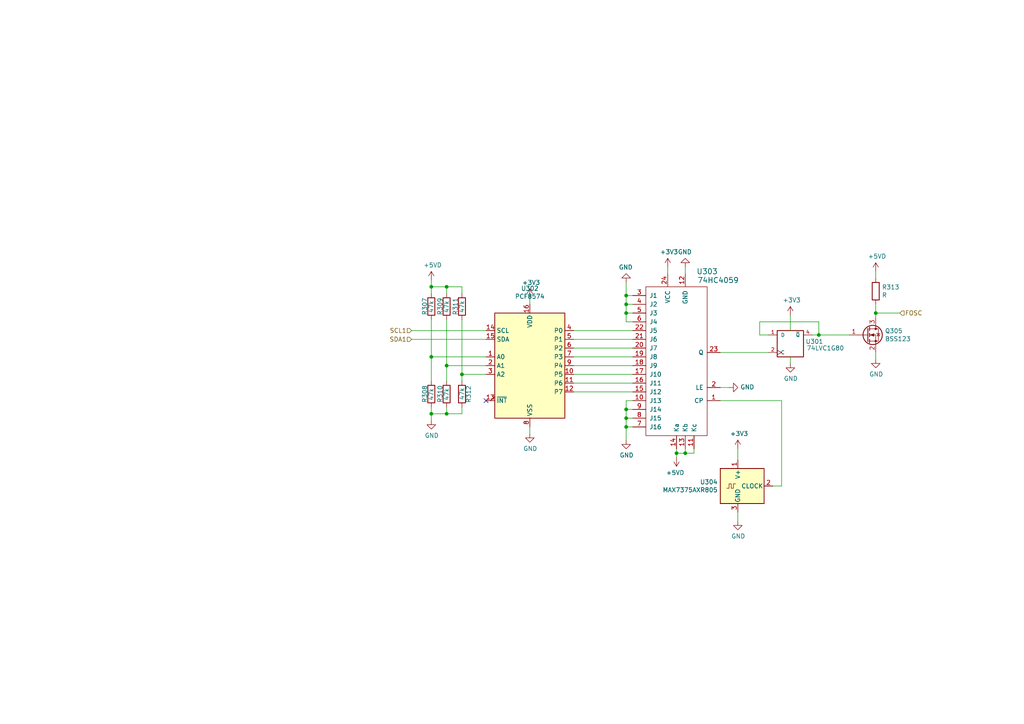
<source format=kicad_sch>
(kicad_sch (version 20211123) (generator eeschema)
  (paper "A4")
  (lib_symbols
    (symbol "74xGxx:74LVC1G80" (pin_names (offset 1.016))
      (property "Reference" "U" (at -2.54 5.08 0))
      (property "Value" "74LVC1G80" (at 0 -5.08 0))
      (symbol "74LVC1G80_0_1"
        (rectangle (start -3.81 3.81) (end 3.81 -3.81) (stroke (width 0.254)))
      )
      (symbol "74LVC1G80_1_1"
        (pin input line (at -6.35 2.54 0) (length 2.54) (name "D") (number "1"))
        (pin input clock (at -6.35 -2.54 0) (length 2.54) (name "C") (number "2"))
        (pin power_in line (at 0 -3.81 270) (length 0) hide (name "GND") (number "3"))
        (pin output line (at 6.35 2.54 180) (length 2.54) (name "~{Q}") (number "4"))
        (pin power_in line (at 0 3.81 90) (length 0) hide (name "VCC") (number "5"))
      )
    )
    (symbol "CEN-SCHEMA:74HC4059" (pin_names (offset 1.016))
      (property "Reference" "U" (at 0 0 0))
      (property "Value" "74HC4059" (at 0 0 0))
      (symbol "74HC4059_0_1"
        (rectangle (start -8.89 -7.62) (end 8.89 -50.8))
      )
      (symbol "74HC4059_1_1"
        (pin input line (at 12.7 -40.64 180) (length 3.81) (name "CP") (number "1"))
        (pin input line (at -12.7 -40.64 0) (length 3.81) (name "J13") (number "10"))
        (pin input line (at 5.08 -54.61 90) (length 3.81) (name "Kc") (number "11"))
        (pin input line (at 2.54 -3.81 270) (length 3.81) (name "GND") (number "12"))
        (pin input line (at 2.54 -54.61 90) (length 3.81) (name "Kb") (number "13"))
        (pin input line (at 0 -54.61 90) (length 3.81) (name "Ka") (number "14"))
        (pin input line (at -12.7 -38.1 0) (length 3.81) (name "J12") (number "15"))
        (pin input line (at -12.7 -35.56 0) (length 3.81) (name "J11") (number "16"))
        (pin input line (at -12.7 -33.02 0) (length 3.81) (name "J10") (number "17"))
        (pin input line (at -12.7 -30.48 0) (length 3.81) (name "J9") (number "18"))
        (pin input line (at -12.7 -27.94 0) (length 3.81) (name "J8") (number "19"))
        (pin input line (at 12.7 -36.83 180) (length 3.81) (name "LE") (number "2"))
        (pin input line (at -12.7 -25.4 0) (length 3.81) (name "J7") (number "20"))
        (pin input line (at -12.7 -22.86 0) (length 3.81) (name "J6") (number "21"))
        (pin input line (at -12.7 -20.32 0) (length 3.81) (name "J5") (number "22"))
        (pin input line (at 12.7 -26.67 180) (length 3.81) (name "Q") (number "23"))
        (pin input line (at -2.54 -3.81 270) (length 3.81) (name "VCC") (number "24"))
        (pin input line (at -12.7 -10.16 0) (length 3.81) (name "J1") (number "3"))
        (pin input line (at -12.7 -12.7 0) (length 3.81) (name "J2") (number "4"))
        (pin input line (at -12.7 -15.24 0) (length 3.81) (name "J3") (number "5"))
        (pin input line (at -12.7 -17.78 0) (length 3.81) (name "J4") (number "6"))
        (pin input line (at -12.7 -48.26 0) (length 3.81) (name "J16") (number "7"))
        (pin input line (at -12.7 -45.72 0) (length 3.81) (name "J15") (number "8"))
        (pin input line (at -12.7 -43.18 0) (length 3.81) (name "J14") (number "9"))
      )
    )
    (symbol "Device:R" (pin_numbers hide) (pin_names (offset 0))
      (property "Reference" "R" (at 2.032 0 90))
      (property "Value" "R" (at 0 0 90))
      (symbol "R_0_1"
        (rectangle (start -1.016 -2.54) (end 1.016 2.54) (stroke (width 0.254)))
      )
      (symbol "R_1_1"
        (pin passive line (at 0 3.81 270) (length 1.27) (name "~") (number "1"))
        (pin passive line (at 0 -3.81 90) (length 1.27) (name "~") (number "2"))
      )
    )
    (symbol "Interface_Expansion:PCF8574"
      (property "Reference" "U" (at -8.89 16.51 0))
      (property "Value" "PCF8574" (at 2.54 16.51 0))
      (symbol "PCF8574_0_1"
        (rectangle (start -10.16 15.24) (end 10.16 -15.24) (stroke (width 0.254)) (fill (type background)))
      )
      (symbol "PCF8574_1_1"
        (pin input line (at -12.7 2.54 0) (length 2.54) (name "A0") (number "1"))
        (pin bidirectional line (at 12.7 -2.54 180) (length 2.54) (name "P5") (number "10"))
        (pin bidirectional line (at 12.7 -5.08 180) (length 2.54) (name "P6") (number "11"))
        (pin bidirectional line (at 12.7 -7.62 180) (length 2.54) (name "P7") (number "12"))
        (pin open_collector output_low (at -12.7 -10.16 0) (length 2.54) (name "~{INT}") (number "13"))
        (pin input line (at -12.7 10.16 0) (length 2.54) (name "SCL") (number "14"))
        (pin bidirectional line (at -12.7 7.62 0) (length 2.54) (name "SDA") (number "15"))
        (pin power_in line (at 0 17.78 270) (length 2.54) (name "VDD") (number "16"))
        (pin input line (at -12.7 0 0) (length 2.54) (name "A1") (number "2"))
        (pin input line (at -12.7 -2.54 0) (length 2.54) (name "A2") (number "3"))
        (pin bidirectional line (at 12.7 10.16 180) (length 2.54) (name "P0") (number "4"))
        (pin bidirectional line (at 12.7 7.62 180) (length 2.54) (name "P1") (number "5"))
        (pin bidirectional line (at 12.7 5.08 180) (length 2.54) (name "P2") (number "6"))
        (pin bidirectional line (at 12.7 2.54 180) (length 2.54) (name "P3") (number "7"))
        (pin power_in line (at 0 -17.78 90) (length 2.54) (name "VSS") (number "8"))
        (pin bidirectional line (at 12.7 0 180) (length 2.54) (name "P4") (number "9"))
      )
    )
    (symbol "Oscillator:MAX7375AXR805" (pin_names (offset 0.254))
      (property "Reference" "U" (at -2.54 6.35 0))
      (property "Value" "MAX7375AXR805" (at 1.27 -6.35 0))
      (symbol "MAX7375AXR805_0_1"
        (rectangle (start -5.08 5.08) (end 7.62 -5.08) (stroke (width 0.254)) (fill (type background)))
        (polyline (pts (xy -3.175 -0.635) (xy -2.54 -0.635) (xy -2.54 0.635) (xy -1.905 0.635) (xy -1.905 -0.635) (xy -1.27 -0.635) (xy -1.27 0.635) (xy -0.635 0.635)))
      )
      (symbol "MAX7375AXR805_1_1"
        (pin power_in line (at 0 7.62 270) (length 2.54) (name "V+") (number "1"))
        (pin output line (at 10.16 0 180) (length 2.54) (name "CLOCK") (number "2"))
        (pin power_in line (at 0 -7.62 90) (length 2.54) (name "GND") (number "3"))
      )
    )
    (symbol "Transistor_FET:BSS123" (pin_names hide)
      (property "Reference" "Q" (at 5.08 1.905 0))
      (property "Value" "BSS123" (at 5.08 0 0))
      (symbol "BSS123_0_1"
        (polyline (pts (xy 0.254 0) (xy -2.54 0)))
        (polyline (pts (xy 0.254 1.905) (xy 0.254 -1.905)) (stroke (width 0.254)))
        (polyline (pts (xy 0.762 -1.27) (xy 0.762 -2.286)) (stroke (width 0.254)))
        (polyline (pts (xy 0.762 0.508) (xy 0.762 -0.508)) (stroke (width 0.254)))
        (polyline (pts (xy 0.762 2.286) (xy 0.762 1.27)) (stroke (width 0.254)))
        (polyline (pts (xy 2.54 2.54) (xy 2.54 1.778)))
        (polyline (pts (xy 2.54 -2.54) (xy 2.54 0) (xy 0.762 0)))
        (polyline (pts (xy 0.762 -1.778) (xy 3.302 -1.778) (xy 3.302 1.778) (xy 0.762 1.778)))
        (polyline (pts (xy 1.016 0) (xy 2.032 0.381) (xy 2.032 -0.381) (xy 1.016 0)) (fill (type outline)))
        (polyline (pts (xy 2.794 0.508) (xy 2.921 0.381) (xy 3.683 0.381) (xy 3.81 0.254)))
        (polyline (pts (xy 3.302 0.381) (xy 2.921 -0.254) (xy 3.683 -0.254) (xy 3.302 0.381)))
        (circle (center 1.651 0) (radius 2.794) (stroke (width 0.254)))
        (circle (center 2.54 -1.778) (radius 0.254) (fill (type outline)))
        (circle (center 2.54 1.778) (radius 0.254) (fill (type outline)))
      )
      (symbol "BSS123_1_1"
        (pin input line (at -5.08 0 0) (length 2.54) (name "G") (number "1"))
        (pin passive line (at 2.54 -5.08 90) (length 2.54) (name "S") (number "2"))
        (pin passive line (at 2.54 5.08 270) (length 2.54) (name "D") (number "3"))
      )
    )
    (symbol "power:+3V3" (power) (pin_names (offset 0))
      (property "Value" "+3V3" (at 0 3.556 0))
      (symbol "+3V3_0_1"
        (polyline (pts (xy -0.762 1.27) (xy 0 2.54)))
        (polyline (pts (xy 0 0) (xy 0 2.54)))
        (polyline (pts (xy 0 2.54) (xy 0.762 1.27)))
      )
      (symbol "+3V3_1_1"
        (pin power_in line (at 0 0 90) (length 0) hide (name "+3V3") (number "1"))
      )
    )
    (symbol "power:+5VD" (power) (pin_names (offset 0))
      (property "Value" "+5VD" (at 0 3.556 0))
      (symbol "+5VD_0_1"
        (polyline (pts (xy -0.762 1.27) (xy 0 2.54)))
        (polyline (pts (xy 0 0) (xy 0 2.54)))
        (polyline (pts (xy 0 2.54) (xy 0.762 1.27)))
      )
      (symbol "+5VD_1_1"
        (pin power_in line (at 0 0 90) (length 0) hide (name "+5VD") (number "1"))
      )
    )
    (symbol "power:GND" (power) (pin_names (offset 0))
      (property "Value" "GND" (at 0 -3.81 0))
      (symbol "GND_0_1"
        (polyline (pts (xy 0 0) (xy 0 -1.27) (xy 1.27 -1.27) (xy 0 -2.54) (xy -1.27 -1.27) (xy 0 -1.27)))
      )
      (symbol "GND_1_1"
        (pin power_in line (at 0 0 270) (length 0) hide (name "GND") (number "1"))
      )
    )
  )
  (junction (at 181.61 90.805))
  (junction (at 181.61 88.265))
  (junction (at 129.54 120.015))
  (junction (at 237.49 97.155))
  (junction (at 254 90.805))
  (junction (at 125.095 103.505))
  (junction (at 125.095 120.015))
  (junction (at 196.215 131.445))
  (junction (at 125.095 83.185))
  (junction (at 181.61 85.725))
  (junction (at 129.54 83.185))
  (junction (at 129.54 106.045))
  (junction (at 133.985 108.585))
  (junction (at 181.61 121.285))
  (junction (at 181.61 123.825))
  (junction (at 181.61 118.745))
  (junction (at 198.755 131.445))
  (no_connect (at 140.97 116.205))
  (wire (pts (xy 196.215 131.445) (xy 198.755 131.445)))
  (wire (pts (xy 166.37 106.045) (xy 183.515 106.045)))
  (wire (pts (xy 125.095 83.185) (xy 125.095 81.28)))
  (wire (pts (xy 129.54 120.015) (xy 125.095 120.015)))
  (wire (pts (xy 198.755 79.375) (xy 198.755 77.47)))
  (wire (pts (xy 153.67 123.825) (xy 153.67 125.73)))
  (wire (pts (xy 208.915 102.235) (xy 222.885 102.235)))
  (wire (pts (xy 181.61 123.825) (xy 181.61 127.635)))
  (wire (pts (xy 196.215 130.175) (xy 196.215 131.445)))
  (wire (pts (xy 166.37 111.125) (xy 183.515 111.125)))
  (wire (pts (xy 183.515 90.805) (xy 181.61 90.805)))
  (wire (pts (xy 133.985 120.015) (xy 129.54 120.015)))
  (wire (pts (xy 125.095 83.185) (xy 129.54 83.185)))
  (wire (pts (xy 166.37 108.585) (xy 183.515 108.585)))
  (wire (pts (xy 183.515 121.285) (xy 181.61 121.285)))
  (wire (pts (xy 226.695 116.205) (xy 208.915 116.205)))
  (wire (pts (xy 193.675 79.375) (xy 193.675 77.47)))
  (wire (pts (xy 181.61 88.265) (xy 183.515 88.265)))
  (wire (pts (xy 208.915 112.395) (xy 211.455 112.395)))
  (wire (pts (xy 254 90.805) (xy 254 88.265)))
  (wire (pts (xy 129.54 83.185) (xy 133.985 83.185)))
  (wire (pts (xy 129.54 92.71) (xy 129.54 106.045)))
  (wire (pts (xy 254 90.805) (xy 254 92.075)))
  (wire (pts (xy 183.515 118.745) (xy 181.61 118.745)))
  (wire (pts (xy 133.985 83.185) (xy 133.985 85.09)))
  (wire (pts (xy 213.995 133.35) (xy 213.995 130.175)))
  (wire (pts (xy 133.985 92.71) (xy 133.985 108.585)))
  (wire (pts (xy 166.37 98.425) (xy 183.515 98.425)))
  (wire (pts (xy 229.235 103.505) (xy 229.235 105.41)))
  (wire (pts (xy 133.985 118.11) (xy 133.985 120.015)))
  (wire (pts (xy 220.345 97.155) (xy 220.345 93.345)))
  (wire (pts (xy 220.345 93.345) (xy 237.49 93.345)))
  (wire (pts (xy 183.515 123.825) (xy 181.61 123.825)))
  (wire (pts (xy 181.61 118.745) (xy 181.61 121.285)))
  (wire (pts (xy 140.97 106.045) (xy 129.54 106.045)))
  (wire (pts (xy 181.61 93.345) (xy 181.61 90.805)))
  (wire (pts (xy 166.37 100.965) (xy 183.515 100.965)))
  (wire (pts (xy 140.97 108.585) (xy 133.985 108.585)))
  (wire (pts (xy 237.49 97.155) (xy 235.585 97.155)))
  (wire (pts (xy 183.515 93.345) (xy 181.61 93.345)))
  (wire (pts (xy 260.985 90.805) (xy 254 90.805)))
  (wire (pts (xy 153.67 88.265) (xy 153.67 86.36)))
  (wire (pts (xy 140.97 103.505) (xy 125.095 103.505)))
  (wire (pts (xy 224.155 140.97) (xy 226.695 140.97)))
  (wire (pts (xy 133.985 108.585) (xy 133.985 110.49)))
  (wire (pts (xy 201.295 131.445) (xy 201.295 130.175)))
  (wire (pts (xy 166.37 103.505) (xy 183.515 103.505)))
  (wire (pts (xy 140.97 98.425) (xy 119.38 98.425)))
  (wire (pts (xy 125.095 120.015) (xy 125.095 118.11)))
  (wire (pts (xy 213.995 148.59) (xy 213.995 151.13)))
  (wire (pts (xy 198.755 131.445) (xy 201.295 131.445)))
  (wire (pts (xy 125.095 85.09) (xy 125.095 83.185)))
  (wire (pts (xy 125.095 103.505) (xy 125.095 110.49)))
  (wire (pts (xy 129.54 85.09) (xy 129.54 83.185)))
  (wire (pts (xy 198.755 131.445) (xy 198.755 130.175)))
  (wire (pts (xy 254 80.645) (xy 254 78.74)))
  (wire (pts (xy 125.095 92.71) (xy 125.095 103.505)))
  (wire (pts (xy 166.37 95.885) (xy 183.515 95.885)))
  (wire (pts (xy 181.61 85.725) (xy 181.61 81.915)))
  (wire (pts (xy 181.61 121.285) (xy 181.61 123.825)))
  (wire (pts (xy 181.61 90.805) (xy 181.61 88.265)))
  (wire (pts (xy 196.215 131.445) (xy 196.215 132.715)))
  (wire (pts (xy 129.54 118.11) (xy 129.54 120.015)))
  (wire (pts (xy 181.61 88.265) (xy 181.61 85.725)))
  (wire (pts (xy 183.515 85.725) (xy 181.61 85.725)))
  (wire (pts (xy 125.095 120.015) (xy 125.095 121.92)))
  (wire (pts (xy 254 102.235) (xy 254 104.14)))
  (wire (pts (xy 129.54 106.045) (xy 129.54 110.49)))
  (wire (pts (xy 237.49 97.155) (xy 246.38 97.155)))
  (wire (pts (xy 183.515 116.205) (xy 181.61 116.205)))
  (wire (pts (xy 140.97 95.885) (xy 119.38 95.885)))
  (wire (pts (xy 222.885 97.155) (xy 220.345 97.155)))
  (wire (pts (xy 166.37 113.665) (xy 183.515 113.665)))
  (wire (pts (xy 237.49 93.345) (xy 237.49 97.155)))
  (wire (pts (xy 226.695 140.97) (xy 226.695 116.205)))
  (wire (pts (xy 181.61 116.205) (xy 181.61 118.745)))
  (wire (pts (xy 229.235 91.44) (xy 229.235 95.885)))
  (hierarchical_label "SCL1" (shape input) (at 119.38 95.885 180))
  (hierarchical_label "SDA1" (shape input) (at 119.38 98.425 180))
  (hierarchical_label "FOSC" (shape input) (at 260.985 90.805 0))
  (symbol (lib_id "CEN-SCHEMA:74HC4059") (at 196.215 75.565 0) (unit 1)
    (property "Reference" "U303" (at 205.105 78.74 0) (effects (font (size 1.524 1.524))))
    (property "Value" "74HC4059" (at 208.28 81.28 0) (effects (font (size 1.524 1.524))))
    (property "Footprint" "Package_SO:SOIC-24W_7.5x15.4mm_P1.27mm" (effects hide))
  )
  (symbol (lib_id "power:+5VD") (at 196.215 132.715 180) (unit 1)
    (property "Reference" "#PWR0167" (effects hide))
    (property "Value" "+5VD" (at 195.834 137.1092 0))
  )
  (symbol (lib_id "power:GND") (at 198.755 77.47 180) (unit 1)
    (property "Reference" "#PWR0169" (effects hide))
    (property "Value" "GND" (at 198.628 73.0758 0))
  )
  (symbol (lib_id "power:GND") (at 181.61 81.915 180) (unit 1)
    (property "Reference" "#PWR0170" (effects hide))
    (property "Value" "GND" (at 181.483 77.5208 0))
  )
  (symbol (lib_id "Interface_Expansion:PCF8574") (at 153.67 106.045 0) (unit 1)
    (property "Reference" "U302" (at 153.67 83.6676 0))
    (property "Value" "PCF8574" (at 153.67 85.979 0))
    (property "Footprint" "Package_SO:SOIC-16W_7.5x10.3mm_P1.27mm" (effects hide))
    (property "Datasheet" "http://www.nxp.com/documents/data_sheet/PCF8574_PCF8574A.pdf" (effects hide))
  )
  (symbol (lib_id "power:GND") (at 153.67 125.73 0) (unit 1)
    (property "Reference" "#PWR0172" (effects hide))
    (property "Value" "GND" (at 153.797 130.1242 0))
  )
  (symbol (lib_id "Device:R") (at 129.54 88.9 180) (unit 1)
    (property "Reference" "R309" (at 127.635 91.44 90) (effects (justify right)))
    (property "Value" "47k" (at 129.54 90.805 90) (effects (justify right)))
    (property "Footprint" "Resistor_SMD:R_0603_1608Metric" (effects hide))
  )
  (symbol (lib_id "Device:R") (at 125.095 88.9 0) (unit 1)
    (property "Reference" "R307" (at 123.19 91.44 90) (effects (justify left)))
    (property "Value" "47k" (at 125.095 90.805 90) (effects (justify left)))
    (property "Footprint" "Resistor_SMD:R_0603_1608Metric" (effects hide))
  )
  (symbol (lib_id "Device:R") (at 133.985 88.9 0) (unit 1)
    (property "Reference" "R311" (at 132.08 91.44 90) (effects (justify left)))
    (property "Value" "47k" (at 133.985 90.805 90) (effects (justify left)))
    (property "Footprint" "Resistor_SMD:R_0603_1608Metric" (effects hide))
  )
  (symbol (lib_id "Device:R") (at 129.54 114.3 180) (unit 1)
    (property "Reference" "R310" (at 127.635 116.84 90) (effects (justify right)))
    (property "Value" "47k" (at 129.54 116.205 90) (effects (justify right)))
    (property "Footprint" "Resistor_SMD:R_0603_1608Metric" (effects hide))
  )
  (symbol (lib_id "Device:R") (at 125.095 114.3 0) (unit 1)
    (property "Reference" "R308" (at 123.19 116.84 90) (effects (justify left)))
    (property "Value" "47k" (at 125.095 116.205 90) (effects (justify left)))
    (property "Footprint" "Resistor_SMD:R_0603_1608Metric" (effects hide))
  )
  (symbol (lib_id "Device:R") (at 133.985 114.3 180) (unit 1)
    (property "Reference" "R312" (at 135.89 111.76 90) (effects (justify left)))
    (property "Value" "47k" (at 133.985 112.395 90) (effects (justify left)))
    (property "Footprint" "Resistor_SMD:R_0603_1608Metric" (effects hide))
  )
  (symbol (lib_id "power:+5VD") (at 125.095 81.28 0) (unit 1)
    (property "Reference" "#PWR0173" (effects hide))
    (property "Value" "+5VD" (at 125.476 76.8858 0))
  )
  (symbol (lib_id "power:GND") (at 125.095 121.92 0) (unit 1)
    (property "Reference" "#PWR0174" (effects hide))
    (property "Value" "GND" (at 125.222 126.3142 0))
  )
  (symbol (lib_id "power:GND") (at 211.455 112.395 90) (unit 1)
    (property "Reference" "#PWR0175" (effects hide))
    (property "Value" "GND" (at 214.7062 112.268 90) (effects (justify right)))
  )
  (symbol (lib_id "power:GND") (at 181.61 127.635 0) (unit 1)
    (property "Reference" "#PWR0176" (effects hide))
    (property "Value" "GND" (at 181.737 132.0292 0))
  )
  (symbol (lib_id "Oscillator:MAX7375AXR805") (at 213.995 140.97 0) (unit 1)
    (property "Reference" "U304" (at 208.1784 139.8016 0) (effects (justify right)))
    (property "Value" "MAX7375AXR805" (at 208.1784 142.113 0) (effects (justify right)))
    (property "Footprint" "Package_TO_SOT_SMD:SOT-323_SC-70" (effects hide))
    (property "Datasheet" "https://datasheets.maximintegrated.com/en/ds/MAX7375.pdf" (effects hide))
  )
  (symbol (lib_id "power:GND") (at 213.995 151.13 0) (unit 1)
    (property "Reference" "#PWR0177" (effects hide))
    (property "Value" "GND" (at 214.122 155.5242 0))
  )
  (symbol (lib_id "74xGxx:74LVC1G80") (at 229.235 99.695 0) (unit 1)
    (property "Reference" "U301" (at 236.22 99.06 0))
    (property "Value" "74LVC1G80" (at 239.395 100.965 0))
    (property "Footprint" "Package_TO_SOT_SMD:SOT-23-5" (effects hide))
    (property "Datasheet" "http://www.ti.com/lit/sg/scyt129e/scyt129e.pdf" (effects hide))
  )
  (symbol (lib_id "power:GND") (at 229.235 105.41 0) (unit 1)
    (property "Reference" "#PWR0164" (effects hide))
    (property "Value" "GND" (at 229.362 109.8042 0))
  )
  (symbol (lib_id "power:+3V3") (at 153.67 86.36 0) (unit 1)
    (property "Reference" "#PWR0153" (effects hide))
    (property "Value" "+3V3" (at 154.051 81.9658 0))
  )
  (symbol (lib_id "power:+3V3") (at 193.675 77.47 0) (unit 1)
    (property "Reference" "#PWR0168" (effects hide))
    (property "Value" "+3V3" (at 194.056 73.0758 0))
  )
  (symbol (lib_id "power:+3V3") (at 213.995 130.175 0) (unit 1)
    (property "Reference" "#PWR0171" (effects hide))
    (property "Value" "+3V3" (at 214.376 125.7808 0))
  )
  (symbol (lib_id "power:+3V3") (at 229.235 91.44 0) (unit 1)
    (property "Reference" "#PWR0178" (effects hide))
    (property "Value" "+3V3" (at 229.616 87.0458 0))
  )
  (symbol (lib_id "Transistor_FET:BSS123") (at 251.46 97.155 0) (unit 1)
    (property "Reference" "Q305" (at 256.6416 95.9866 0) (effects (justify left)))
    (property "Value" "BSS123" (at 256.6416 98.298 0) (effects (justify left)))
    (property "Footprint" "Package_TO_SOT_SMD:SOT-23" (effects hide))
    (property "Datasheet" "http://www.diodes.com/assets/Datasheets/ds30366.pdf" (effects hide))
  )
  (symbol (lib_id "power:GND") (at 254 104.14 0) (unit 1)
    (property "Reference" "#PWR0190" (effects hide))
    (property "Value" "GND" (at 254.127 108.5342 0))
  )
  (symbol (lib_id "Device:R") (at 254 84.455 0) (unit 1)
    (property "Reference" "R313" (at 255.778 83.2866 0) (effects (justify left)))
    (property "Value" "R" (at 255.778 85.598 0) (effects (justify left)))
    (property "Footprint" "Resistor_SMD:R_0603_1608Metric" (effects hide))
  )
  (symbol (lib_id "power:+5VD") (at 254 78.74 0) (unit 1)
    (property "Reference" "#PWR0191" (effects hide))
    (property "Value" "+5VD" (at 254.381 74.3458 0))
  )
)
</source>
